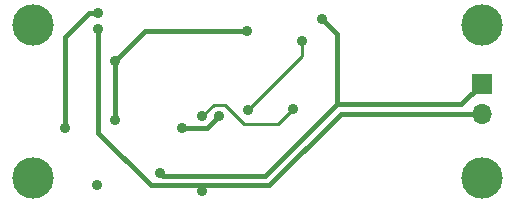
<source format=gbl>
G04 #@! TF.GenerationSoftware,KiCad,Pcbnew,(5.1.4)-1*
G04 #@! TF.CreationDate,2020-03-24T23:26:33+09:00*
G04 #@! TF.ProjectId,solenoid-driver,736f6c65-6e6f-4696-942d-647269766572,rev?*
G04 #@! TF.SameCoordinates,Original*
G04 #@! TF.FileFunction,Copper,L2,Bot*
G04 #@! TF.FilePolarity,Positive*
%FSLAX46Y46*%
G04 Gerber Fmt 4.6, Leading zero omitted, Abs format (unit mm)*
G04 Created by KiCad (PCBNEW (5.1.4)-1) date 2020-03-24 23:26:33*
%MOMM*%
%LPD*%
G04 APERTURE LIST*
%ADD10C,3.500000*%
%ADD11O,1.700000X1.700000*%
%ADD12R,1.700000X1.700000*%
%ADD13C,0.889000*%
%ADD14C,0.381000*%
%ADD15C,0.254000*%
G04 APERTURE END LIST*
D10*
X210000000Y-124000000D03*
X210000000Y-111000000D03*
X172000000Y-124000000D03*
X172000000Y-111000000D03*
D11*
X210000000Y-118540000D03*
D12*
X210000000Y-116000000D03*
D13*
X190119000Y-111506000D03*
X178943000Y-114046000D03*
X187750000Y-118750000D03*
X177419000Y-124587000D03*
X178908500Y-119091500D03*
X184658000Y-119761000D03*
X177546000Y-109982000D03*
X174752000Y-119761000D03*
X196500000Y-110500000D03*
X182753000Y-123571000D03*
X177546000Y-111379000D03*
X186309000Y-125095000D03*
X194056000Y-118110000D03*
X186309000Y-118745000D03*
X194818000Y-112395000D03*
X190246000Y-118237000D03*
D14*
X178943000Y-119057000D02*
X178908500Y-119091500D01*
X178943000Y-114046000D02*
X178943000Y-119057000D01*
X181483000Y-111506000D02*
X178943000Y-114046000D01*
X190119000Y-111506000D02*
X181483000Y-111506000D01*
X186739000Y-119761000D02*
X187750000Y-118750000D01*
X184658000Y-119761000D02*
X186739000Y-119761000D01*
X176784000Y-109982000D02*
X177546000Y-109982000D01*
X174752000Y-119761000D02*
X174752000Y-112014000D01*
X174752000Y-112014000D02*
X176784000Y-109982000D01*
X197750000Y-111750000D02*
X197750000Y-117718000D01*
X196500000Y-110500000D02*
X197750000Y-111750000D01*
X208282000Y-117718000D02*
X210000000Y-116000000D01*
X197750000Y-117718000D02*
X208282000Y-117718000D01*
X183007000Y-123825000D02*
X182753000Y-123571000D01*
X191643000Y-123825000D02*
X183007000Y-123825000D01*
X197750000Y-117718000D02*
X191643000Y-123825000D01*
X198071000Y-118540000D02*
X210000000Y-118540000D01*
X192024000Y-124587000D02*
X198071000Y-118540000D01*
X177546000Y-111379000D02*
X177546000Y-120142000D01*
X177546000Y-120142000D02*
X181991000Y-124587000D01*
D15*
X186182000Y-124968000D02*
X186182000Y-124587000D01*
X186309000Y-125095000D02*
X186182000Y-124968000D01*
D14*
X181991000Y-124587000D02*
X186182000Y-124587000D01*
X186182000Y-124587000D02*
X192024000Y-124587000D01*
D15*
X192786000Y-119380000D02*
X194056000Y-118110000D01*
X189865000Y-119380000D02*
X192786000Y-119380000D01*
X188235000Y-117750000D02*
X189865000Y-119380000D01*
X186309000Y-118745000D02*
X187304000Y-117750000D01*
X187304000Y-117750000D02*
X188235000Y-117750000D01*
X194818000Y-113665000D02*
X190246000Y-118237000D01*
X194818000Y-112395000D02*
X194818000Y-113665000D01*
M02*

</source>
